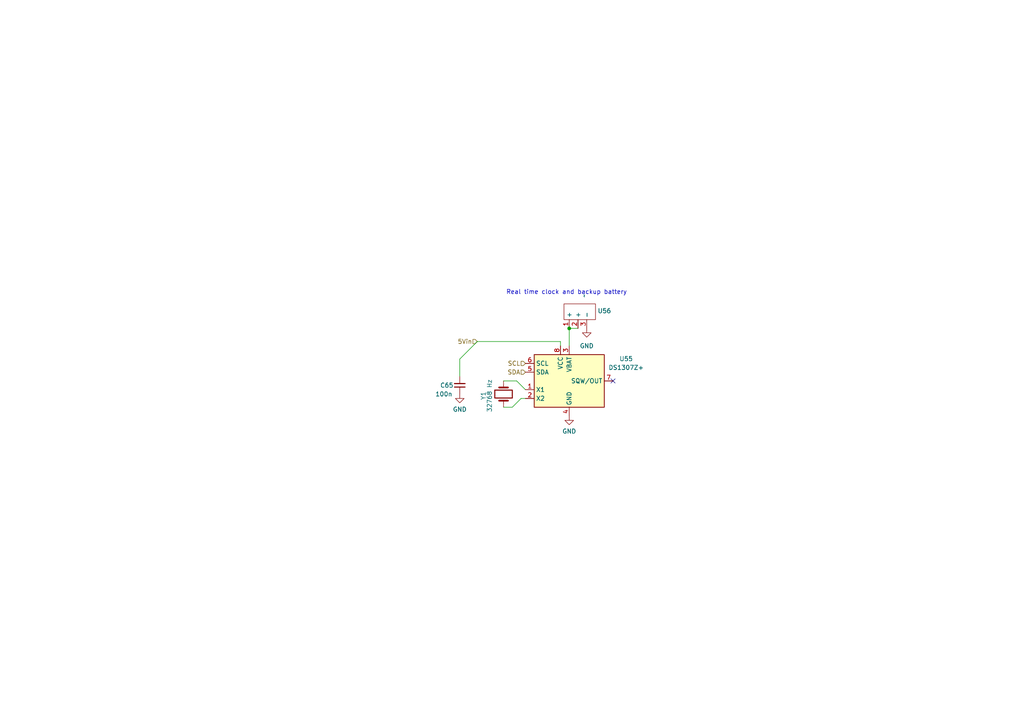
<source format=kicad_sch>
(kicad_sch (version 20250114) (generator "eeschema") (generator_version "9.0")
  (paper "A4")
  (title_block (title "QNOB") (date "2025-04-17") (rev "0.5") (company "12M Design") (comment 1 "Alper Basaran"))
  (lib_symbols
    (symbol "Device:C_Small" (pin_numbers (hide yes)) (pin_names (offset 0.254) (hide yes))
      (property "Reference" "C" (at 0.254 1.778 0))
      (property "Value" "C_Small" (at 0.254 -2.032 0))
      (symbol "C_Small_0_1"
        (polyline (pts (xy -1.524 0.508) (xy 1.524 0.508)) (stroke (width 0.3048)))
        (polyline (pts (xy -1.524 -0.508) (xy 1.524 -0.508)) (stroke (width 0.3302)))
      )
      (symbol "C_Small_1_1"
        (pin passive line (at 0 2.54 270) (length 2.032) (name "~") (number "1"))
        (pin passive line (at 0 -2.54 90) (length 2.032) (name "~") (number "2"))
      )
    )
    (symbol "Device:Crystal" (pin_numbers (hide yes)) (pin_names (offset 1.016) (hide yes))
      (property "Reference" "Y" (at 0 3.81 0))
      (property "Value" "Crystal" (at 0 -3.81 0))
      (symbol "Crystal_0_1"
        (polyline (pts (xy -2.54 0) (xy -1.905 0)))
        (polyline (pts (xy -1.905 -1.27) (xy -1.905 1.27)) (stroke (width 0.508)))
        (rectangle (start -1.143 2.54) (end 1.143 -2.54) (stroke (width 0.3048)))
        (polyline (pts (xy 1.905 -1.27) (xy 1.905 1.27)) (stroke (width 0.508)))
        (polyline (pts (xy 2.54 0) (xy 1.905 0)))
      )
      (symbol "Crystal_1_1"
        (pin passive line (at -3.81 0 0) (length 1.27) (name "1") (number "1"))
        (pin passive line (at 3.81 0 180) (length 1.27) (name "2") (number "2"))
      )
    )
    (symbol "Timer_RTC:DS1307Z+"
      (property "Reference" "U" (at -8.89 8.89 0))
      (property "Value" "DS1307Z+" (at 1.27 8.89 0))
      (symbol "DS1307Z+_0_1"
        (rectangle (start -10.16 7.62) (end 10.16 -7.62) (stroke (width 0.254)) (fill (type background)))
      )
      (symbol "DS1307Z+_1_1"
        (pin input line (at -12.7 5.08 0) (length 2.54) (name "SCL") (number "6"))
        (pin bidirectional line (at -12.7 2.54 0) (length 2.54) (name "SDA") (number "5"))
        (pin input line (at -12.7 -2.54 0) (length 2.54) (name "X1") (number "1"))
        (pin input line (at -12.7 -5.08 0) (length 2.54) (name "X2") (number "2"))
        (pin power_in line (at -2.54 10.16 270) (length 2.54) (name "VCC") (number "8"))
        (pin power_in line (at 0 10.16 270) (length 2.54) (name "VBAT") (number "3"))
        (pin power_in line (at 0 -10.16 90) (length 2.54) (name "GND") (number "4"))
        (pin open_collector line (at 12.7 0 180) (length 2.54) (name "SQW/OUT") (number "7"))
      )
    )
    (symbol "battery_holders:1225_SMD"
      (property "Reference" "U" (at -1.27 3.81 0))
      (symbol "1225_SMD_0_1"
        (rectangle (start -2.54 2.794) (end 2.032 -6.35))
      )
      (symbol "1225_SMD_1_1"
        (pin power_in line (at -5.08 1.27 0) (length 2.54) (name "+") (number "1"))
        (pin power_in line (at -5.08 -1.27 0) (length 2.54) (name "+") (number "2"))
        (pin power_out line (at -5.08 -3.81 0) (length 2.54) (name "-") (number "3"))
      )
    )
    (symbol "power:GND" (power) (pin_numbers (hide yes)) (pin_names (offset 0) (hide yes))
      (property "Value" "GND" (at 0 -3.81 0))
      (symbol "GND_0_1"
        (polyline (pts (xy 0 0) (xy 0 -1.27) (xy 1.27 -1.27) (xy 0 -2.54) (xy -1.27 -1.27) (xy 0 -1.27)))
      )
      (symbol "GND_1_1"
        (pin power_in line (at 0 0 270) (length 0) (name "~") (number "1"))
      )
    )
  )
  (text "Real time clock and backup battery" (at 164.338 84.836 0) (effects (font (size 1.27 1.27))))
  (junction (at 165.1 95.25))
  (no_connect (at 177.8 110.49))
  (wire (pts (xy 165.1 95.25) (xy 167.64 95.25)))
  (wire (pts (xy 148.59 118.11) (xy 151.13 115.57)))
  (wire (pts (xy 162.56 100.33) (xy 162.56 99.06)))
  (wire (pts (xy 146.05 118.11) (xy 148.59 118.11)))
  (wire (pts (xy 162.56 99.06) (xy 138.43 99.06)))
  (wire (pts (xy 151.13 115.57) (xy 152.4 115.57)))
  (wire (pts (xy 152.4 113.03) (xy 149.86 110.49)))
  (wire (pts (xy 133.35 104.14) (xy 133.35 109.22)))
  (wire (pts (xy 138.43 99.06) (xy 133.35 104.14)))
  (wire (pts (xy 165.1 95.25) (xy 165.1 100.33)))
  (wire (pts (xy 146.05 110.49) (xy 149.86 110.49)))
  (hierarchical_label "5Vin" (shape input) (at 138.43 99.06 180))
  (hierarchical_label "SCL" (shape input) (at 152.4 105.41 180))
  (hierarchical_label "SDA" (shape input) (at 152.4 107.95 180))
  (symbol (lib_id "power:GND") (at 165.1 120.65 0) (unit 1)
    (property "Reference" "#PWR065" (effects (hide yes)))
    (property "Value" "GND" (at 165.1 125.095 0))
  )
  (symbol (lib_id "Device:C_Small") (at 133.35 111.76 180) (unit 1)
    (property "Reference" "C65" (at 127.635 111.76 0) (effects (justify right)))
    (property "Value" "100n" (at 126.238 114.3 0) (effects (justify right)))
    (property "Footprint" "Capacitor_SMD:C_0402_1005Metric_Pad0.74x0.62mm_HandSolder" (effects (hide yes)))
    (property "Description" "Unpolarized capacitor, small symbol" (effects (hide yes)))
  )
  (symbol (lib_id "battery_holders:1225_SMD") (at 166.37 90.17 90) (unit 1)
    (property "Reference" "U56" (at 177.292 90.17 90) (effects (justify left)))
    (property "Value" "~" (at 169.418 86.36 0) (effects (justify left)))
    (property "Footprint" "custom:battery_holder_1225_SMD" (effects (hide yes)))
  )
  (symbol (lib_id "power:GND") (at 133.35 114.3 0) (unit 1)
    (property "Reference" "#PWR064" (effects (hide yes)))
    (property "Value" "GND" (at 133.35 118.745 0))
  )
  (symbol (lib_id "Device:Crystal") (at 146.05 114.3 90) (unit 1)
    (property "Reference" "Y1" (at 140.208 113.538 0) (effects (justify right)))
    (property "Value" "32768 Hz" (at 141.986 109.982 0) (effects (justify right)))
    (property "Footprint" "custom_crystal:XTAL_FC-135_EPS" (effects (hide yes)))
    (property "Description" "Two pin crystal" (effects (hide yes)))
  )
  (symbol (lib_id "power:GND") (at 170.18 95.25 0) (unit 1)
    (property "Reference" "#PWR066" (effects (hide yes)))
    (property "Value" "GND" (at 170.18 100.33 0))
    (property "Description" "Power symbol creates a global label with name \"GND\" , ground" (effects (hide yes)))
  )
  (symbol (lib_id "Timer_RTC:DS1307Z+") (at 165.1 110.49 0) (unit 1)
    (property "Reference" "U55" (at 181.61 104.0698 0))
    (property "Value" "DS1307Z+" (at 181.61 106.6098 0))
    (property "Footprint" "Package_SO:SOIC-8_3.9x4.9mm_P1.27mm" (effects (hide yes)))
    (property "Datasheet" "https://datasheets.maximintegrated.com/en/ds/DS1307.pdf" (effects (hide yes)))
    (property "Description" "64 x 8, Serial, I2C Real-time clock, 4.5V to 5.5V VCC, 0°C to +70°C, SOIC-8" (effects (hide yes)))
  )
)
</source>
